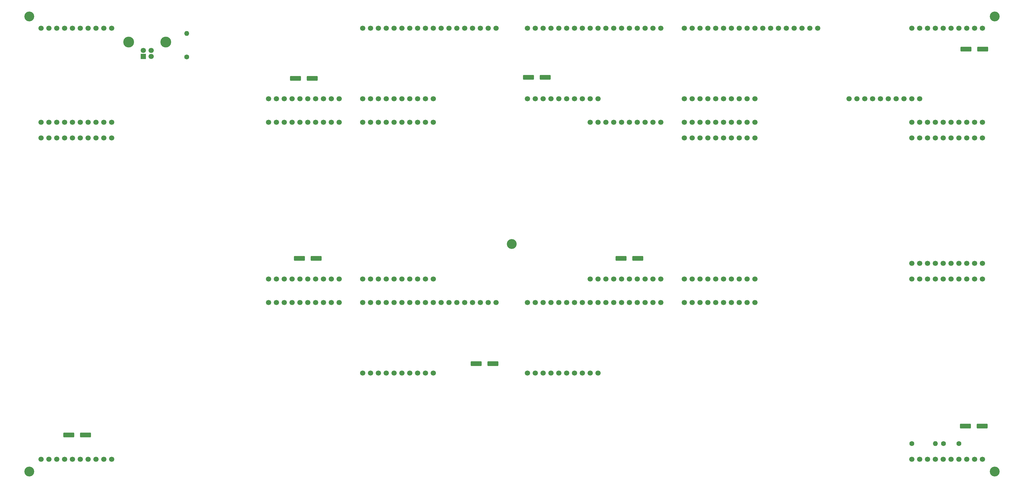
<source format=gbr>
%TF.GenerationSoftware,KiCad,Pcbnew,8.0.2*%
%TF.CreationDate,2024-12-23T20:56:35+01:00*%
%TF.ProjectId,bp-leanplate,62702d6c-6561-46e7-906c-6174652e6b69,rev?*%
%TF.SameCoordinates,Original*%
%TF.FileFunction,Soldermask,Top*%
%TF.FilePolarity,Negative*%
%FSLAX46Y46*%
G04 Gerber Fmt 4.6, Leading zero omitted, Abs format (unit mm)*
G04 Created by KiCad (PCBNEW 8.0.2) date 2024-12-23 20:56:35*
%MOMM*%
%LPD*%
G01*
G04 APERTURE LIST*
G04 Aperture macros list*
%AMRoundRect*
0 Rectangle with rounded corners*
0 $1 Rounding radius*
0 $2 $3 $4 $5 $6 $7 $8 $9 X,Y pos of 4 corners*
0 Add a 4 corners polygon primitive as box body*
4,1,4,$2,$3,$4,$5,$6,$7,$8,$9,$2,$3,0*
0 Add four circle primitives for the rounded corners*
1,1,$1+$1,$2,$3*
1,1,$1+$1,$4,$5*
1,1,$1+$1,$6,$7*
1,1,$1+$1,$8,$9*
0 Add four rect primitives between the rounded corners*
20,1,$1+$1,$2,$3,$4,$5,0*
20,1,$1+$1,$4,$5,$6,$7,0*
20,1,$1+$1,$6,$7,$8,$9,0*
20,1,$1+$1,$8,$9,$2,$3,0*%
G04 Aperture macros list end*
%ADD10C,3.200000*%
%ADD11C,1.700000*%
%ADD12R,1.700000X1.700000*%
%ADD13C,3.500000*%
%ADD14RoundRect,0.250000X-1.500000X-0.550000X1.500000X-0.550000X1.500000X0.550000X-1.500000X0.550000X0*%
%ADD15C,1.600000*%
%ADD16O,1.600000X1.600000*%
G04 APERTURE END LIST*
D10*
%TO.C,H5*%
X177800000Y-108013500D03*
%TD*%
D11*
%TO.C,U3*%
X246380000Y-60960000D03*
X248920000Y-60960000D03*
X251460000Y-60960000D03*
X254000000Y-60960000D03*
X274320000Y-38100000D03*
X271780000Y-38100000D03*
X269240000Y-38100000D03*
X266700000Y-38100000D03*
X264160000Y-38100000D03*
X261620000Y-38100000D03*
X259080000Y-38100000D03*
X256540000Y-38100000D03*
X254000000Y-38100000D03*
X251460000Y-38100000D03*
X248920000Y-38100000D03*
X246380000Y-38100000D03*
X243840000Y-38100000D03*
X241300000Y-38100000D03*
X238760000Y-38100000D03*
X236220000Y-38100000D03*
X233680000Y-60960000D03*
X276860000Y-38100000D03*
X236220000Y-60960000D03*
X238760000Y-60960000D03*
X241300000Y-60960000D03*
X243840000Y-60960000D03*
X233680000Y-38100000D03*
X256540000Y-60960000D03*
%TD*%
%TO.C,U8*%
X195580000Y-149860000D03*
X198120000Y-149860000D03*
X200660000Y-149860000D03*
X203200000Y-149860000D03*
X223520000Y-127000000D03*
X220980000Y-127000000D03*
X218440000Y-127000000D03*
X215900000Y-127000000D03*
X213360000Y-127000000D03*
X210820000Y-127000000D03*
X208280000Y-127000000D03*
X205740000Y-127000000D03*
X203200000Y-127000000D03*
X200660000Y-127000000D03*
X198120000Y-127000000D03*
X195580000Y-127000000D03*
X193040000Y-127000000D03*
X190500000Y-127000000D03*
X187960000Y-127000000D03*
X185420000Y-127000000D03*
X182880000Y-149860000D03*
X226060000Y-127000000D03*
X185420000Y-149860000D03*
X187960000Y-149860000D03*
X190500000Y-149860000D03*
X193040000Y-149860000D03*
X182880000Y-127000000D03*
X205740000Y-149860000D03*
%TD*%
D12*
%TO.C,J1*%
X58516000Y-47255000D03*
D11*
X61016000Y-47255000D03*
X61016000Y-45255000D03*
X58516000Y-45255000D03*
D13*
X53746000Y-42545000D03*
X65786000Y-42545000D03*
%TD*%
D14*
%TO.C,C2*%
X107757000Y-54356000D03*
X113157000Y-54356000D03*
%TD*%
D11*
%TO.C,U11*%
X35560000Y-177800000D03*
X38100000Y-177800000D03*
X40640000Y-177800000D03*
X43180000Y-177800000D03*
X45720000Y-177800000D03*
X119380000Y-127000000D03*
X116840000Y-127000000D03*
X114300000Y-127000000D03*
X111760000Y-127000000D03*
X109220000Y-127000000D03*
X106680000Y-127000000D03*
X104140000Y-127000000D03*
X101600000Y-127000000D03*
X25400000Y-177800000D03*
X121920000Y-127000000D03*
X27940000Y-177800000D03*
X30480000Y-177800000D03*
X33020000Y-177800000D03*
X48260000Y-177800000D03*
X99060000Y-127000000D03*
%TD*%
D10*
%TO.C,H3*%
X334137000Y-181737000D03*
%TD*%
D11*
%TO.C,U6*%
X142240000Y-149860000D03*
X144780000Y-149860000D03*
X147320000Y-149860000D03*
X149860000Y-149860000D03*
X170180000Y-127000000D03*
X167640000Y-127000000D03*
X165100000Y-127000000D03*
X162560000Y-127000000D03*
X160020000Y-127000000D03*
X157480000Y-127000000D03*
X154940000Y-127000000D03*
X152400000Y-127000000D03*
X149860000Y-127000000D03*
X147320000Y-127000000D03*
X144780000Y-127000000D03*
X142240000Y-127000000D03*
X139700000Y-127000000D03*
X137160000Y-127000000D03*
X134620000Y-127000000D03*
X132080000Y-127000000D03*
X129540000Y-149860000D03*
X172720000Y-127000000D03*
X132080000Y-149860000D03*
X134620000Y-149860000D03*
X137160000Y-149860000D03*
X139700000Y-149860000D03*
X129540000Y-127000000D03*
X152400000Y-149860000D03*
%TD*%
%TO.C,U5*%
X142240000Y-60960000D03*
X144780000Y-60960000D03*
X147320000Y-60960000D03*
X149860000Y-60960000D03*
X170180000Y-38100000D03*
X167640000Y-38100000D03*
X165100000Y-38100000D03*
X162560000Y-38100000D03*
X160020000Y-38100000D03*
X157480000Y-38100000D03*
X154940000Y-38100000D03*
X152400000Y-38100000D03*
X149860000Y-38100000D03*
X147320000Y-38100000D03*
X144780000Y-38100000D03*
X142240000Y-38100000D03*
X139700000Y-38100000D03*
X137160000Y-38100000D03*
X134620000Y-38100000D03*
X132080000Y-38100000D03*
X129540000Y-60960000D03*
X172720000Y-38100000D03*
X132080000Y-60960000D03*
X134620000Y-60960000D03*
X137160000Y-60960000D03*
X139700000Y-60960000D03*
X129540000Y-38100000D03*
X152400000Y-60960000D03*
%TD*%
%TO.C,U12*%
X289560000Y-60960000D03*
X292100000Y-60960000D03*
X294640000Y-60960000D03*
X297180000Y-60960000D03*
X299720000Y-60960000D03*
X302260000Y-60960000D03*
X304800000Y-60960000D03*
X307340000Y-60960000D03*
X327660000Y-38100000D03*
X325120000Y-38100000D03*
X322580000Y-38100000D03*
X320040000Y-38100000D03*
X317500000Y-38100000D03*
X314960000Y-38100000D03*
X312420000Y-38100000D03*
X309880000Y-38100000D03*
X287020000Y-60960000D03*
X307340000Y-38100000D03*
X309880000Y-60960000D03*
X330200000Y-38100000D03*
%TD*%
%TO.C,U2*%
X195580000Y-60960000D03*
X198120000Y-60960000D03*
X200660000Y-60960000D03*
X203200000Y-60960000D03*
X223520000Y-38100000D03*
X220980000Y-38100000D03*
X218440000Y-38100000D03*
X215900000Y-38100000D03*
X213360000Y-38100000D03*
X210820000Y-38100000D03*
X208280000Y-38100000D03*
X205740000Y-38100000D03*
X203200000Y-38100000D03*
X200660000Y-38100000D03*
X198120000Y-38100000D03*
X195580000Y-38100000D03*
X193040000Y-38100000D03*
X190500000Y-38100000D03*
X187960000Y-38100000D03*
X185420000Y-38100000D03*
X182880000Y-60960000D03*
X226060000Y-38100000D03*
X185420000Y-60960000D03*
X187960000Y-60960000D03*
X190500000Y-60960000D03*
X193040000Y-60960000D03*
X182880000Y-38100000D03*
X205740000Y-60960000D03*
%TD*%
D10*
%TO.C,H2*%
X334137000Y-34290000D03*
%TD*%
%TO.C,H1*%
X21590000Y-34290000D03*
%TD*%
D11*
%TO.C,U4*%
X114300000Y-60960000D03*
X116840000Y-60960000D03*
X119380000Y-60960000D03*
X45720000Y-38100000D03*
X43180000Y-38100000D03*
X40640000Y-38100000D03*
X38100000Y-38100000D03*
X35560000Y-38100000D03*
X33020000Y-38100000D03*
X30480000Y-38100000D03*
X27940000Y-38100000D03*
X48260000Y-38100000D03*
X99060000Y-60960000D03*
X101600000Y-60960000D03*
X104140000Y-60960000D03*
X106680000Y-60960000D03*
X109220000Y-60960000D03*
X111760000Y-60960000D03*
X25400000Y-38100000D03*
X121920000Y-60960000D03*
%TD*%
%TO.C,U9*%
X236220000Y-127000000D03*
X238760000Y-127000000D03*
X241300000Y-127000000D03*
X243840000Y-127000000D03*
X246380000Y-127000000D03*
X248920000Y-127000000D03*
X251460000Y-127000000D03*
X254000000Y-127000000D03*
X317500000Y-177800000D03*
X320040000Y-177800000D03*
X322580000Y-177800000D03*
X325120000Y-177800000D03*
X327660000Y-177800000D03*
X256540000Y-127000000D03*
X307340000Y-177800000D03*
X309880000Y-177800000D03*
X312420000Y-177800000D03*
X314960000Y-177800000D03*
X233680000Y-127000000D03*
X330200000Y-177800000D03*
%TD*%
D15*
%TO.C,R1*%
X307340000Y-172720000D03*
D16*
X314960000Y-172720000D03*
%TD*%
D11*
%TO.C,U1*%
X109220000Y-119380000D03*
X111760000Y-119380000D03*
X114300000Y-119380000D03*
X116840000Y-119380000D03*
X119380000Y-119380000D03*
X119380000Y-68580000D03*
X116840000Y-68580000D03*
X114300000Y-68580000D03*
X111760000Y-68580000D03*
X109220000Y-68580000D03*
X106680000Y-68580000D03*
X104140000Y-68580000D03*
X101600000Y-68580000D03*
X45720000Y-68580000D03*
X43180000Y-68580000D03*
X40640000Y-68580000D03*
X38100000Y-68580000D03*
X35560000Y-68580000D03*
X33020000Y-68580000D03*
X30480000Y-68580000D03*
X27940000Y-68580000D03*
X45720000Y-73660000D03*
X43180000Y-73660000D03*
X40640000Y-73660000D03*
X38100000Y-73660000D03*
X35560000Y-73660000D03*
X33020000Y-73660000D03*
X30480000Y-73660000D03*
X27940000Y-73660000D03*
X48260000Y-68580000D03*
X48260000Y-73660000D03*
X99060000Y-119380000D03*
X121920000Y-68580000D03*
X101600000Y-119380000D03*
X104140000Y-119380000D03*
X106680000Y-119380000D03*
X25400000Y-68580000D03*
X25400000Y-73660000D03*
X99060000Y-68580000D03*
X121920000Y-119380000D03*
%TD*%
D14*
%TO.C,C4*%
X183195000Y-53975000D03*
X188595000Y-53975000D03*
%TD*%
%TO.C,C8*%
X324833000Y-44831000D03*
X330233000Y-44831000D03*
%TD*%
D15*
%TO.C,R2*%
X72517000Y-47371000D03*
D16*
X72517000Y-39751000D03*
%TD*%
D14*
%TO.C,C3*%
X213200000Y-112649000D03*
X218600000Y-112649000D03*
%TD*%
%TO.C,C5*%
X324706000Y-167005000D03*
X330106000Y-167005000D03*
%TD*%
D10*
%TO.C,H4*%
X21590000Y-181737000D03*
%TD*%
D14*
%TO.C,C7*%
X34384000Y-169926000D03*
X39784000Y-169926000D03*
%TD*%
%TO.C,C6*%
X166304000Y-146812000D03*
X171704000Y-146812000D03*
%TD*%
D11*
%TO.C,U7*%
X223520000Y-119380000D03*
X223520000Y-68580000D03*
X220980000Y-68580000D03*
X218440000Y-68580000D03*
X215900000Y-68580000D03*
X213360000Y-68580000D03*
X210820000Y-68580000D03*
X208280000Y-68580000D03*
X205740000Y-68580000D03*
X149860000Y-68580000D03*
X147320000Y-68580000D03*
X144780000Y-68580000D03*
X142240000Y-68580000D03*
X139700000Y-68580000D03*
X137160000Y-68580000D03*
X134620000Y-68580000D03*
X132080000Y-68580000D03*
X149860000Y-119380000D03*
X147320000Y-119380000D03*
X144780000Y-119380000D03*
X142240000Y-119380000D03*
X139700000Y-119380000D03*
X137160000Y-119380000D03*
X134620000Y-119380000D03*
X132080000Y-119380000D03*
X152400000Y-68580000D03*
X152400000Y-119380000D03*
X203200000Y-119380000D03*
X226060000Y-68580000D03*
X205740000Y-119380000D03*
X208280000Y-119380000D03*
X210820000Y-119380000D03*
X213360000Y-119380000D03*
X215900000Y-119380000D03*
X218440000Y-119380000D03*
X220980000Y-119380000D03*
X129540000Y-68580000D03*
X129540000Y-119380000D03*
X203200000Y-68580000D03*
X226060000Y-119380000D03*
%TD*%
D14*
%TO.C,C9*%
X109060000Y-112649000D03*
X114460000Y-112649000D03*
%TD*%
D15*
%TO.C,C1*%
X317540000Y-172720000D03*
X322540000Y-172720000D03*
%TD*%
D11*
%TO.C,U10*%
X246380000Y-119380000D03*
X248920000Y-119380000D03*
X251460000Y-119380000D03*
X254000000Y-119380000D03*
X254000000Y-68580000D03*
X251460000Y-68580000D03*
X248920000Y-68580000D03*
X246380000Y-68580000D03*
X243840000Y-68580000D03*
X241300000Y-68580000D03*
X238760000Y-68580000D03*
X236220000Y-68580000D03*
X327660000Y-68580000D03*
X325120000Y-68580000D03*
X322580000Y-68580000D03*
X320040000Y-68580000D03*
X317500000Y-68580000D03*
X314960000Y-68580000D03*
X312420000Y-68580000D03*
X309880000Y-68580000D03*
X327660000Y-73660000D03*
X325120000Y-73660000D03*
X322580000Y-73660000D03*
X320040000Y-73660000D03*
X317500000Y-73660000D03*
X314960000Y-73660000D03*
X312420000Y-73660000D03*
X309880000Y-73660000D03*
X327660000Y-114300000D03*
X325120000Y-114300000D03*
X322580000Y-114300000D03*
X320040000Y-114300000D03*
X317500000Y-114300000D03*
X314960000Y-114300000D03*
X312420000Y-114300000D03*
X309880000Y-114300000D03*
X327660000Y-119380000D03*
X325120000Y-119380000D03*
X322580000Y-119380000D03*
X320040000Y-119380000D03*
X317500000Y-119380000D03*
X314960000Y-119380000D03*
X312420000Y-119380000D03*
X309880000Y-119380000D03*
X254000000Y-73660000D03*
X251460000Y-73660000D03*
X248920000Y-73660000D03*
X246380000Y-73660000D03*
X243840000Y-73660000D03*
X241300000Y-73660000D03*
X238760000Y-73660000D03*
X236220000Y-73660000D03*
X233680000Y-119380000D03*
X256540000Y-68580000D03*
X256540000Y-73660000D03*
X330200000Y-68580000D03*
X330200000Y-73660000D03*
X330200000Y-114300000D03*
X330200000Y-119380000D03*
X236220000Y-119380000D03*
X238760000Y-119380000D03*
X241300000Y-119380000D03*
X243840000Y-119380000D03*
X233680000Y-68580000D03*
X233680000Y-73660000D03*
X256540000Y-119380000D03*
X307340000Y-68580000D03*
X307340000Y-73660000D03*
X307340000Y-114300000D03*
X307340000Y-119380000D03*
%TD*%
M02*

</source>
